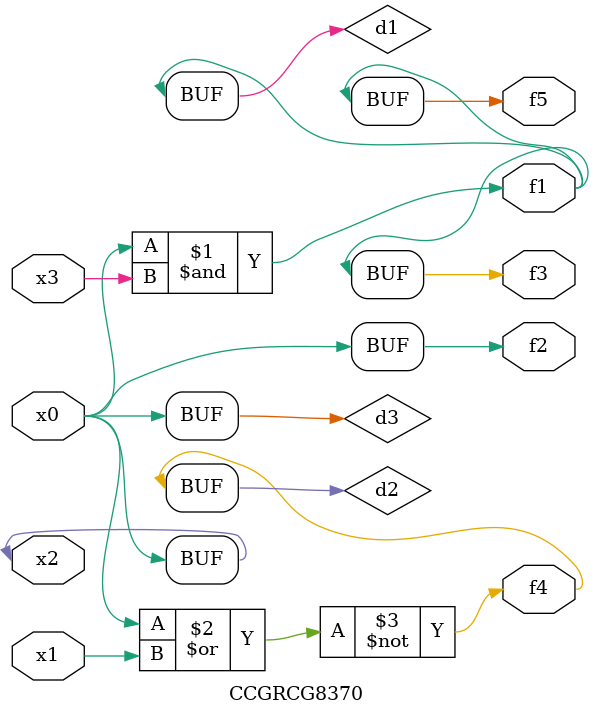
<source format=v>
module CCGRCG8370(
	input x0, x1, x2, x3,
	output f1, f2, f3, f4, f5
);

	wire d1, d2, d3;

	and (d1, x2, x3);
	nor (d2, x0, x1);
	buf (d3, x0, x2);
	assign f1 = d1;
	assign f2 = d3;
	assign f3 = d1;
	assign f4 = d2;
	assign f5 = d1;
endmodule

</source>
